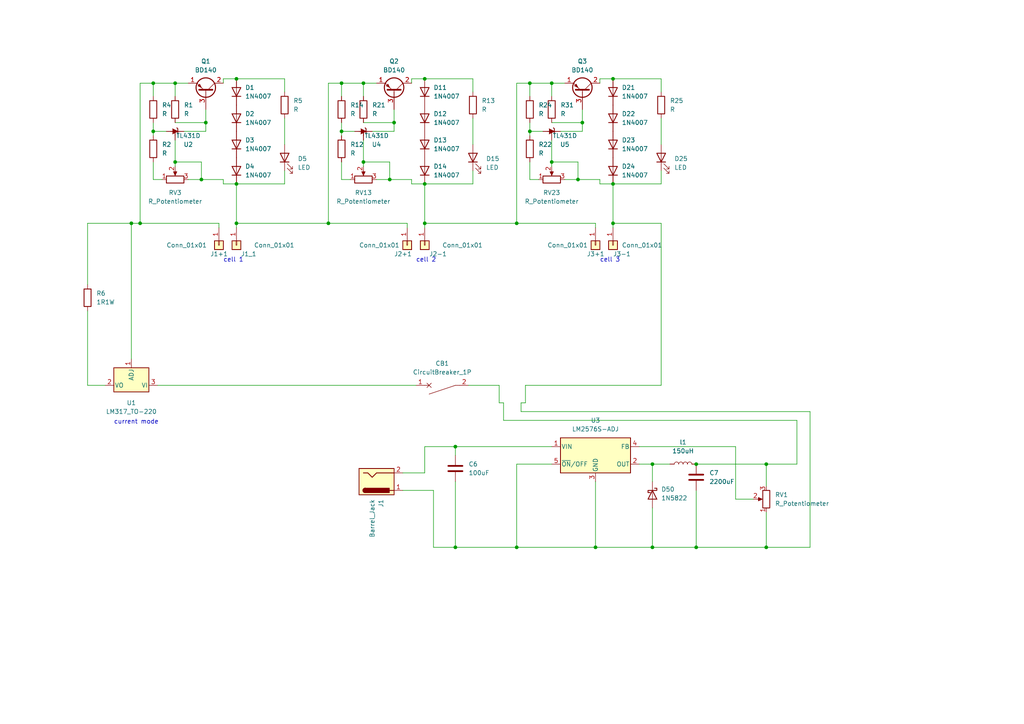
<source format=kicad_sch>
(kicad_sch (version 20211123) (generator eeschema)
  (paper "A4")
  (lib_symbols
    (symbol "Connector:Barrel_Jack" (pin_names (offset 1.016))
      (property "Reference" "J" (at 0 5.334 0))
      (property "Value" "Barrel_Jack" (at 0 -5.08 0))
      (symbol "Barrel_Jack_0_1"
        (rectangle (start -5.08 3.81) (end 5.08 -3.81) (stroke (width 0.254)) (fill (type background)))
        (arc (start -3.302 3.175) (mid -3.937 2.54) (end -3.302 1.905) (stroke (width 0.254)))
        (arc (start -3.302 3.175) (mid -3.937 2.54) (end -3.302 1.905) (stroke (width 0.254)) (fill (type outline)))
        (polyline (pts (xy 5.08 2.54) (xy 3.81 2.54)) (stroke (width 0.254)))
        (polyline (pts (xy -3.81 -2.54) (xy -2.54 -2.54) (xy -1.27 -1.27) (xy 0 -2.54) (xy 2.54 -2.54) (xy 5.08 -2.54)) (stroke (width 0.254)))
        (rectangle (start 3.683 3.175) (end -3.302 1.905) (stroke (width 0.254)) (fill (type outline)))
      )
      (symbol "Barrel_Jack_1_1"
        (pin passive line (at 7.62 2.54 180) (length 2.54) (name "~") (number "1"))
        (pin passive line (at 7.62 -2.54 180) (length 2.54) (name "~") (number "2"))
      )
    )
    (symbol "Connector_Generic:Conn_01x01" (pin_names (offset 1.016) hide)
      (property "Reference" "J" (at 0 2.54 0))
      (property "Value" "Conn_01x01" (at 0 -2.54 0))
      (symbol "Conn_01x01_1_1"
        (rectangle (start -1.27 0.127) (end 0 -0.127) (stroke (width 0.1524)))
        (rectangle (start -1.27 1.27) (end 1.27 -1.27) (stroke (width 0.254)) (fill (type background)))
        (pin passive line (at -5.08 0 0) (length 3.81) (name "Pin_1") (number "1"))
      )
    )
    (symbol "Device:C" (pin_numbers hide) (pin_names (offset 0.254))
      (property "Reference" "C" (at 0.635 2.54 0))
      (property "Value" "C" (at 0.635 -2.54 0))
      (symbol "C_0_1"
        (polyline (pts (xy -2.032 -0.762) (xy 2.032 -0.762)) (stroke (width 0.508)))
        (polyline (pts (xy -2.032 0.762) (xy 2.032 0.762)) (stroke (width 0.508)))
      )
      (symbol "C_1_1"
        (pin passive line (at 0 3.81 270) (length 2.794) (name "~") (number "1"))
        (pin passive line (at 0 -3.81 90) (length 2.794) (name "~") (number "2"))
      )
    )
    (symbol "Device:CircuitBreaker_1P"
      (property "Reference" "CB" (at 1.905 0 0))
      (property "Value" "CircuitBreaker_1P" (at 1.905 1.905 0))
      (symbol "CircuitBreaker_1P_0_1"
        (polyline (pts (xy 0 -5.08) (xy 0 -3.81)))
        (polyline (pts (xy 0 -3.81) (xy -2.54 3.81)))
      )
      (symbol "CircuitBreaker_1P_1_1"
        (polyline (pts (xy -0.635 4.445) (xy 0.635 3.175)))
        (polyline (pts (xy 0 5.08) (xy 0 3.81)))
        (polyline (pts (xy 0.635 4.445) (xy -0.635 3.175)))
        (pin passive line (at 0 7.62 270) (length 2.54) (name "~") (number "1"))
        (pin passive line (at 0 -7.62 90) (length 2.54) (name "~") (number "2"))
      )
    )
    (symbol "Device:L" (pin_numbers hide) (pin_names (offset 1.016) hide)
      (property "Reference" "L" (at -1.27 0 90))
      (property "Value" "L" (at 1.905 0 90))
      (symbol "L_0_1"
        (arc (start 0 -2.54) (mid 0.635 -1.905) (end 0 -1.27))
        (arc (start 0 -1.27) (mid 0.635 -0.635) (end 0 0))
        (arc (start 0 0) (mid 0.635 0.635) (end 0 1.27))
        (arc (start 0 1.27) (mid 0.635 1.905) (end 0 2.54))
      )
      (symbol "L_1_1"
        (pin passive line (at 0 3.81 270) (length 1.27) (name "1") (number "1"))
        (pin passive line (at 0 -3.81 90) (length 1.27) (name "2") (number "2"))
      )
    )
    (symbol "Device:LED" (pin_numbers hide) (pin_names (offset 1.016) hide)
      (property "Reference" "D" (at 0 2.54 0))
      (property "Value" "LED" (at 0 -2.54 0))
      (symbol "LED_0_1"
        (polyline (pts (xy -1.27 -1.27) (xy -1.27 1.27)) (stroke (width 0.254)))
        (polyline (pts (xy -1.27 0) (xy 1.27 0)))
        (polyline (pts (xy 1.27 -1.27) (xy 1.27 1.27) (xy -1.27 0) (xy 1.27 -1.27)) (stroke (width 0.254)))
        (polyline (pts (xy -3.048 -0.762) (xy -4.572 -2.286) (xy -3.81 -2.286) (xy -4.572 -2.286) (xy -4.572 -1.524)))
        (polyline (pts (xy -1.778 -0.762) (xy -3.302 -2.286) (xy -2.54 -2.286) (xy -3.302 -2.286) (xy -3.302 -1.524)))
      )
      (symbol "LED_1_1"
        (pin passive line (at -3.81 0 0) (length 2.54) (name "K") (number "1"))
        (pin passive line (at 3.81 0 180) (length 2.54) (name "A") (number "2"))
      )
    )
    (symbol "Device:R" (pin_numbers hide) (pin_names (offset 0))
      (property "Reference" "R" (at 2.032 0 90))
      (property "Value" "R" (at 0 0 90))
      (symbol "R_0_1"
        (rectangle (start -1.016 -2.54) (end 1.016 2.54) (stroke (width 0.254)))
      )
      (symbol "R_1_1"
        (pin passive line (at 0 3.81 270) (length 1.27) (name "~") (number "1"))
        (pin passive line (at 0 -3.81 90) (length 1.27) (name "~") (number "2"))
      )
    )
    (symbol "Device:R_Potentiometer" (pin_names (offset 1.016) hide)
      (property "Reference" "RV" (at -4.445 0 90))
      (property "Value" "R_Potentiometer" (at -2.54 0 90))
      (symbol "R_Potentiometer_0_1"
        (polyline (pts (xy 2.54 0) (xy 1.524 0)))
        (polyline (pts (xy 1.143 0) (xy 2.286 0.508) (xy 2.286 -0.508) (xy 1.143 0)) (fill (type outline)))
        (rectangle (start 1.016 2.54) (end -1.016 -2.54) (stroke (width 0.254)))
      )
      (symbol "R_Potentiometer_1_1"
        (pin passive line (at 0 3.81 270) (length 1.27) (name "1") (number "1"))
        (pin passive line (at 3.81 0 180) (length 1.27) (name "2") (number "2"))
        (pin passive line (at 0 -3.81 90) (length 1.27) (name "3") (number "3"))
      )
    )
    (symbol "Diode:1N4007" (pin_numbers hide) (pin_names hide)
      (property "Reference" "D" (at 0 2.54 0))
      (property "Value" "1N4007" (at 0 -2.54 0))
      (symbol "1N4007_0_1"
        (polyline (pts (xy -1.27 1.27) (xy -1.27 -1.27)) (stroke (width 0.254)))
        (polyline (pts (xy 1.27 0) (xy -1.27 0)))
        (polyline (pts (xy 1.27 1.27) (xy 1.27 -1.27) (xy -1.27 0) (xy 1.27 1.27)) (stroke (width 0.254)))
      )
      (symbol "1N4007_1_1"
        (pin passive line (at -3.81 0 0) (length 2.54) (name "K") (number "1"))
        (pin passive line (at 3.81 0 180) (length 2.54) (name "A") (number "2"))
      )
    )
    (symbol "Diode:1N5822" (pin_numbers hide) (pin_names (offset 1.016) hide)
      (property "Reference" "D" (at 0 2.54 0))
      (property "Value" "1N5822" (at 0 -2.54 0))
      (symbol "1N5822_0_1"
        (polyline (pts (xy 1.27 0) (xy -1.27 0)))
        (polyline (pts (xy 1.27 1.27) (xy 1.27 -1.27) (xy -1.27 0) (xy 1.27 1.27)) (stroke (width 0.254)))
        (polyline (pts (xy -1.905 0.635) (xy -1.905 1.27) (xy -1.27 1.27) (xy -1.27 -1.27) (xy -0.635 -1.27) (xy -0.635 -0.635)) (stroke (width 0.254)))
      )
      (symbol "1N5822_1_1"
        (pin passive line (at -3.81 0 0) (length 2.54) (name "K") (number "1"))
        (pin passive line (at 3.81 0 180) (length 2.54) (name "A") (number "2"))
      )
    )
    (symbol "Reference_Voltage:TL431D" (pin_numbers hide) (pin_names hide)
      (property "Reference" "U" (at 0 -2.54 0))
      (property "Value" "TL431D" (at 0 -4.445 0))
      (symbol "TL431D_0_1"
        (polyline (pts (xy -1.27 0) (xy 0 0) (xy 1.27 0)))
        (polyline (pts (xy -0.762 0.762) (xy 0.762 0) (xy -0.762 -0.762)) (fill (type outline)))
        (polyline (pts (xy 0.508 -1.016) (xy 0.762 -0.762) (xy 0.762 0.762) (xy 0.762 0.762)) (stroke (width 0.254)))
      )
      (symbol "TL431D_1_1"
        (polyline (pts (xy 0 1.27) (xy 0 0)))
        (pin passive line (at 2.54 0 180) (length 2.54) (name "K") (number "1"))
        (pin passive line (at -2.54 0 0) (length 2.54) (name "A") (number "2"))
        (pin passive line (at -2.54 0 0) (length 2.54) hide (name "A") (number "3"))
        (pin passive line (at -2.54 0 0) (length 2.54) hide (name "A") (number "6"))
        (pin passive line (at -2.54 0 0) (length 2.54) hide (name "A") (number "7"))
        (pin passive line (at 0 2.54 270) (length 2.54) (name "REF") (number "8"))
      )
    )
    (symbol "Regulator_Linear:LM317_TO-220" (pin_names (offset 0.254))
      (property "Reference" "U" (at -3.81 3.175 0))
      (property "Value" "LM317_TO-220" (at 0 3.175 0))
      (symbol "LM317_TO-220_0_1"
        (rectangle (start -5.08 1.905) (end 5.08 -5.08) (stroke (width 0.254)) (fill (type background)))
      )
      (symbol "LM317_TO-220_1_1"
        (pin input line (at 0 -7.62 90) (length 2.54) (name "ADJ") (number "1"))
        (pin power_out line (at 7.62 0 180) (length 2.54) (name "VO") (number "2"))
        (pin power_in line (at -7.62 0 0) (length 2.54) (name "VI") (number "3"))
      )
    )
    (symbol "Regulator_Switching:LM2576S-ADJ" (pin_names (offset 0.254))
      (property "Reference" "U" (at -10.16 6.35 0))
      (property "Value" "LM2576S-ADJ" (at 0 6.35 0))
      (symbol "LM2576S-ADJ_0_1"
        (rectangle (start -10.16 5.08) (end 10.16 -5.08) (stroke (width 0.254)) (fill (type background)))
      )
      (symbol "LM2576S-ADJ_1_1"
        (pin power_in line (at -12.7 2.54 0) (length 2.54) (name "VIN") (number "1"))
        (pin output line (at 12.7 -2.54 180) (length 2.54) (name "OUT") (number "2"))
        (pin power_in line (at 0 -7.62 90) (length 2.54) (name "GND") (number "3"))
        (pin input line (at 12.7 2.54 180) (length 2.54) (name "FB") (number "4"))
        (pin input line (at -12.7 -2.54 0) (length 2.54) (name "~{ON}/OFF") (number "5"))
      )
    )
    (symbol "Transistor_BJT:BD140" (pin_names (offset 0) hide)
      (property "Reference" "Q" (at 5.08 1.905 0))
      (property "Value" "BD140" (at 5.08 0 0))
      (symbol "BD140_0_1"
        (polyline (pts (xy 0 0) (xy 0.635 0)))
        (polyline (pts (xy 2.54 -2.54) (xy 0.635 -0.635)))
        (polyline (pts (xy 2.54 2.54) (xy 0.635 0.635)))
        (polyline (pts (xy 0.635 1.905) (xy 0.635 -1.905) (xy 0.635 -1.905)) (stroke (width 0.508)) (fill (type outline)))
        (polyline (pts (xy 1.778 -2.286) (xy 2.286 -1.778) (xy 1.27 -1.27) (xy 1.778 -2.286) (xy 1.778 -2.286)) (fill (type outline)))
        (circle (center 1.27 0) (radius 2.8194) (stroke (width 0.3048)))
      )
      (symbol "BD140_1_1"
        (pin passive line (at 2.54 -5.08 90) (length 2.54) (name "E") (number "1"))
        (pin passive line (at 2.54 5.08 270) (length 2.54) (name "C") (number "2"))
        (pin input line (at -5.08 0 0) (length 5.08) (name "B") (number "3"))
      )
    )
  )
  (junction (at 68.58 53.34))
  (junction (at 167.64 52.07))
  (junction (at 123.19 53.34))
  (junction (at 68.58 22.86))
  (junction (at 222.25 158.75))
  (junction (at 105.41 46.99))
  (junction (at 149.86 158.75))
  (junction (at 58.42 52.07))
  (junction (at 160.02 24.13))
  (junction (at 132.08 129.54))
  (junction (at 44.45 38.1))
  (junction (at 123.19 64.77))
  (junction (at 222.25 134.62))
  (junction (at 105.41 24.13))
  (junction (at 113.03 52.07))
  (junction (at 177.8 53.34))
  (junction (at 132.08 158.75))
  (junction (at 153.67 38.1))
  (junction (at 177.8 64.77))
  (junction (at 114.3 35.56))
  (junction (at 38.1 64.77))
  (junction (at 172.72 158.75))
  (junction (at 149.86 64.77))
  (junction (at 177.8 22.86))
  (junction (at 168.91 35.56))
  (junction (at 153.67 24.13))
  (junction (at 160.02 46.99))
  (junction (at 123.19 22.86))
  (junction (at 59.69 35.56))
  (junction (at 201.93 158.75))
  (junction (at 68.58 64.77))
  (junction (at 44.45 24.13))
  (junction (at 95.25 64.77))
  (junction (at 189.23 134.62))
  (junction (at 201.93 134.62))
  (junction (at 40.64 64.77))
  (junction (at 99.06 38.1))
  (junction (at 189.23 158.75))
  (junction (at 50.8 24.13))
  (junction (at 50.8 46.99))
  (junction (at 99.06 24.13))
  (wire (pts (xy 160.02 24.13) (xy 160.02 27.94)))
  (wire (pts (xy 132.08 158.75) (xy 149.86 158.75)))
  (wire (pts (xy 132.08 139.7) (xy 132.08 158.75)))
  (wire (pts (xy 167.64 52.07) (xy 173.99 52.07)))
  (wire (pts (xy 172.72 64.77) (xy 172.72 66.04)))
  (wire (pts (xy 191.77 53.34) (xy 177.8 53.34)))
  (wire (pts (xy 50.8 24.13) (xy 50.8 27.94)))
  (wire (pts (xy 153.67 38.1) (xy 157.48 38.1)))
  (wire (pts (xy 168.91 35.56) (xy 168.91 31.75)))
  (wire (pts (xy 153.67 46.99) (xy 153.67 52.07)))
  (wire (pts (xy 137.16 49.53) (xy 137.16 53.34)))
  (wire (pts (xy 146.05 121.92) (xy 146.05 116.84)))
  (wire (pts (xy 25.4 90.17) (xy 25.4 111.76)))
  (wire (pts (xy 107.95 38.1) (xy 114.3 38.1)))
  (wire (pts (xy 153.67 24.13) (xy 149.86 24.13)))
  (wire (pts (xy 40.64 64.77) (xy 63.5 64.77)))
  (wire (pts (xy 152.4 116.84) (xy 151.13 116.84)))
  (wire (pts (xy 132.08 129.54) (xy 132.08 132.08)))
  (wire (pts (xy 149.86 134.62) (xy 149.86 158.75)))
  (wire (pts (xy 68.58 64.77) (xy 68.58 66.04)))
  (wire (pts (xy 105.41 35.56) (xy 114.3 35.56)))
  (wire (pts (xy 153.67 27.94) (xy 153.67 24.13)))
  (wire (pts (xy 172.72 158.75) (xy 189.23 158.75)))
  (wire (pts (xy 123.19 64.77) (xy 149.86 64.77)))
  (wire (pts (xy 44.45 38.1) (xy 44.45 39.37)))
  (wire (pts (xy 173.99 53.34) (xy 177.8 53.34)))
  (wire (pts (xy 54.61 24.13) (xy 50.8 24.13)))
  (wire (pts (xy 213.36 129.54) (xy 213.36 144.78)))
  (wire (pts (xy 44.45 24.13) (xy 50.8 24.13)))
  (wire (pts (xy 153.67 35.56) (xy 153.67 38.1)))
  (wire (pts (xy 123.19 22.86) (xy 119.38 22.86)))
  (wire (pts (xy 177.8 64.77) (xy 177.8 66.04)))
  (wire (pts (xy 113.03 52.07) (xy 119.38 52.07)))
  (wire (pts (xy 177.8 53.34) (xy 177.8 64.77)))
  (wire (pts (xy 222.25 148.59) (xy 222.25 158.75)))
  (wire (pts (xy 82.55 34.29) (xy 82.55 41.91)))
  (wire (pts (xy 153.67 52.07) (xy 156.21 52.07)))
  (wire (pts (xy 167.64 52.07) (xy 167.64 46.99)))
  (wire (pts (xy 191.77 34.29) (xy 191.77 41.91)))
  (wire (pts (xy 160.02 46.99) (xy 167.64 46.99)))
  (wire (pts (xy 38.1 64.77) (xy 25.4 64.77)))
  (wire (pts (xy 109.22 52.07) (xy 113.03 52.07)))
  (wire (pts (xy 123.19 137.16) (xy 123.19 129.54)))
  (wire (pts (xy 68.58 53.34) (xy 68.58 64.77)))
  (wire (pts (xy 125.73 158.75) (xy 132.08 158.75)))
  (wire (pts (xy 50.8 46.99) (xy 50.8 48.26)))
  (wire (pts (xy 125.73 142.24) (xy 125.73 158.75)))
  (wire (pts (xy 99.06 24.13) (xy 95.25 24.13)))
  (wire (pts (xy 64.77 53.34) (xy 68.58 53.34)))
  (wire (pts (xy 44.45 24.13) (xy 40.64 24.13)))
  (wire (pts (xy 222.25 134.62) (xy 222.25 140.97)))
  (wire (pts (xy 160.02 134.62) (xy 149.86 134.62)))
  (wire (pts (xy 173.99 52.07) (xy 173.99 53.34)))
  (wire (pts (xy 119.38 52.07) (xy 119.38 53.34)))
  (wire (pts (xy 172.72 139.7) (xy 172.72 158.75)))
  (wire (pts (xy 44.45 27.94) (xy 44.45 24.13)))
  (wire (pts (xy 44.45 38.1) (xy 48.26 38.1)))
  (wire (pts (xy 189.23 158.75) (xy 201.93 158.75)))
  (wire (pts (xy 68.58 22.86) (xy 82.55 22.86)))
  (wire (pts (xy 95.25 64.77) (xy 118.11 64.77)))
  (wire (pts (xy 105.41 24.13) (xy 105.41 27.94)))
  (wire (pts (xy 99.06 35.56) (xy 99.06 38.1)))
  (wire (pts (xy 105.41 40.64) (xy 105.41 46.99)))
  (wire (pts (xy 44.45 35.56) (xy 44.45 38.1)))
  (wire (pts (xy 114.3 35.56) (xy 114.3 38.1)))
  (wire (pts (xy 191.77 49.53) (xy 191.77 53.34)))
  (wire (pts (xy 191.77 111.76) (xy 152.4 111.76)))
  (wire (pts (xy 44.45 52.07) (xy 46.99 52.07)))
  (wire (pts (xy 185.42 134.62) (xy 189.23 134.62)))
  (wire (pts (xy 105.41 46.99) (xy 113.03 46.99)))
  (wire (pts (xy 105.41 46.99) (xy 105.41 48.26)))
  (wire (pts (xy 234.95 119.38) (xy 151.13 119.38)))
  (wire (pts (xy 99.06 27.94) (xy 99.06 24.13)))
  (wire (pts (xy 135.89 111.76) (xy 144.78 111.76)))
  (wire (pts (xy 64.77 22.86) (xy 64.77 24.13)))
  (wire (pts (xy 50.8 46.99) (xy 58.42 46.99)))
  (wire (pts (xy 58.42 52.07) (xy 58.42 46.99)))
  (wire (pts (xy 123.19 64.77) (xy 123.19 66.04)))
  (wire (pts (xy 68.58 64.77) (xy 95.25 64.77)))
  (wire (pts (xy 116.84 137.16) (xy 123.19 137.16)))
  (wire (pts (xy 38.1 64.77) (xy 38.1 104.14)))
  (wire (pts (xy 222.25 134.62) (xy 231.14 134.62)))
  (wire (pts (xy 123.19 22.86) (xy 137.16 22.86)))
  (wire (pts (xy 119.38 53.34) (xy 123.19 53.34)))
  (wire (pts (xy 50.8 40.64) (xy 50.8 46.99)))
  (wire (pts (xy 163.83 24.13) (xy 160.02 24.13)))
  (wire (pts (xy 25.4 111.76) (xy 30.48 111.76)))
  (wire (pts (xy 146.05 116.84) (xy 144.78 116.84)))
  (wire (pts (xy 68.58 22.86) (xy 64.77 22.86)))
  (wire (pts (xy 82.55 49.53) (xy 82.55 53.34)))
  (wire (pts (xy 160.02 46.99) (xy 160.02 48.26)))
  (wire (pts (xy 99.06 38.1) (xy 102.87 38.1)))
  (wire (pts (xy 149.86 158.75) (xy 172.72 158.75)))
  (wire (pts (xy 114.3 35.56) (xy 114.3 31.75)))
  (wire (pts (xy 109.22 24.13) (xy 105.41 24.13)))
  (wire (pts (xy 95.25 24.13) (xy 95.25 64.77)))
  (wire (pts (xy 177.8 22.86) (xy 191.77 22.86)))
  (wire (pts (xy 185.42 129.54) (xy 213.36 129.54)))
  (wire (pts (xy 153.67 38.1) (xy 153.67 39.37)))
  (wire (pts (xy 201.93 142.24) (xy 201.93 158.75)))
  (wire (pts (xy 234.95 158.75) (xy 234.95 119.38)))
  (wire (pts (xy 231.14 121.92) (xy 146.05 121.92)))
  (wire (pts (xy 151.13 119.38) (xy 151.13 116.84)))
  (wire (pts (xy 54.61 52.07) (xy 58.42 52.07)))
  (wire (pts (xy 40.64 24.13) (xy 40.64 64.77)))
  (wire (pts (xy 149.86 64.77) (xy 172.72 64.77)))
  (wire (pts (xy 59.69 35.56) (xy 59.69 38.1)))
  (wire (pts (xy 160.02 35.56) (xy 168.91 35.56)))
  (wire (pts (xy 132.08 129.54) (xy 160.02 129.54)))
  (wire (pts (xy 99.06 52.07) (xy 101.6 52.07)))
  (wire (pts (xy 149.86 24.13) (xy 149.86 64.77)))
  (wire (pts (xy 25.4 64.77) (xy 25.4 82.55)))
  (wire (pts (xy 173.99 22.86) (xy 173.99 24.13)))
  (wire (pts (xy 59.69 35.56) (xy 59.69 31.75)))
  (wire (pts (xy 222.25 158.75) (xy 234.95 158.75)))
  (wire (pts (xy 116.84 142.24) (xy 125.73 142.24)))
  (wire (pts (xy 152.4 111.76) (xy 152.4 116.84)))
  (wire (pts (xy 82.55 53.34) (xy 68.58 53.34)))
  (wire (pts (xy 99.06 46.99) (xy 99.06 52.07)))
  (wire (pts (xy 82.55 22.86) (xy 82.55 26.67)))
  (wire (pts (xy 201.93 158.75) (xy 222.25 158.75)))
  (wire (pts (xy 231.14 134.62) (xy 231.14 121.92)))
  (wire (pts (xy 189.23 134.62) (xy 189.23 139.7)))
  (wire (pts (xy 168.91 35.56) (xy 168.91 38.1)))
  (wire (pts (xy 123.19 129.54) (xy 132.08 129.54)))
  (wire (pts (xy 113.03 52.07) (xy 113.03 46.99)))
  (wire (pts (xy 162.56 38.1) (xy 168.91 38.1)))
  (wire (pts (xy 153.67 24.13) (xy 160.02 24.13)))
  (wire (pts (xy 137.16 34.29) (xy 137.16 41.91)))
  (wire (pts (xy 123.19 53.34) (xy 123.19 64.77)))
  (wire (pts (xy 163.83 52.07) (xy 167.64 52.07)))
  (wire (pts (xy 160.02 40.64) (xy 160.02 46.99)))
  (wire (pts (xy 191.77 64.77) (xy 191.77 111.76)))
  (wire (pts (xy 177.8 22.86) (xy 173.99 22.86)))
  (wire (pts (xy 44.45 46.99) (xy 44.45 52.07)))
  (wire (pts (xy 58.42 52.07) (xy 64.77 52.07)))
  (wire (pts (xy 137.16 22.86) (xy 137.16 26.67)))
  (wire (pts (xy 99.06 38.1) (xy 99.06 39.37)))
  (wire (pts (xy 45.72 111.76) (xy 120.65 111.76)))
  (wire (pts (xy 53.34 38.1) (xy 59.69 38.1)))
  (wire (pts (xy 189.23 134.62) (xy 194.31 134.62)))
  (wire (pts (xy 191.77 64.77) (xy 177.8 64.77)))
  (wire (pts (xy 99.06 24.13) (xy 105.41 24.13)))
  (wire (pts (xy 40.64 64.77) (xy 38.1 64.77)))
  (wire (pts (xy 118.11 64.77) (xy 118.11 66.04)))
  (wire (pts (xy 213.36 144.78) (xy 218.44 144.78)))
  (wire (pts (xy 63.5 64.77) (xy 63.5 66.04)))
  (wire (pts (xy 144.78 111.76) (xy 144.78 116.84)))
  (wire (pts (xy 119.38 22.86) (xy 119.38 24.13)))
  (wire (pts (xy 50.8 35.56) (xy 59.69 35.56)))
  (wire (pts (xy 64.77 52.07) (xy 64.77 53.34)))
  (wire (pts (xy 201.93 134.62) (xy 222.25 134.62)))
  (wire (pts (xy 191.77 22.86) (xy 191.77 26.67)))
  (wire (pts (xy 137.16 53.34) (xy 123.19 53.34)))
  (wire (pts (xy 189.23 147.32) (xy 189.23 158.75)))
  (text "cell 2\n" (at 120.65 76.2 0) (effects (font (size 1.27 1.27)) (justify left bottom)))
  (text "current mode\n" (at 33.02 123.19 0) (effects (font (size 1.27 1.27)) (justify left bottom)))
  (text "cell 3\n" (at 173.99 76.2 0) (effects (font (size 1.27 1.27)) (justify left bottom)))
  (text "cell 1\n" (at 64.77 76.2 0) (effects (font (size 1.27 1.27)) (justify left bottom)))
  (symbol (lib_id "Diode:1N4007") (at 123.19 26.67 90) (unit 1)
    (property "Reference" "D11" (at 125.73 25.3999 90) (effects (justify right)))
    (property "Value" "1N4007" (at 125.73 27.9399 90) (effects (justify right)))
    (property "Footprint" "Diode_THT:D_DO-41_SOD81_P10.16mm_Horizontal" (effects hide))
    (property "Datasheet" "http://www.vishay.com/docs/88503/1n4001.pdf" (effects hide))
  )
  (symbol (lib_id "Connector_Generic:Conn_01x01") (at 63.5 71.12 270) (unit 1)
    (property "Reference" "J1+1" (at 60.96 73.66 90) (effects (justify left)))
    (property "Value" "Conn_01x01" (at 48.26 71.12 90) (effects (justify left)))
    (property "Footprint" "Connector_PinHeader_1.00mm:PinHeader_1x01_P1.00mm_Horizontal" (effects hide))
  )
  (symbol (lib_id "Device:R") (at 99.06 43.18 0) (unit 1)
    (property "Reference" "R12" (at 101.6 41.9099 0) (effects (justify left)))
    (property "Value" "R" (at 101.6 44.4499 0) (effects (justify left)))
    (property "Footprint" "Resistor_THT:R_Axial_DIN0309_L9.0mm_D3.2mm_P12.70mm_Horizontal" (effects hide))
  )
  (symbol (lib_id "Device:R") (at 50.8 31.75 0) (unit 1)
    (property "Reference" "R1" (at 53.34 30.4799 0) (effects (justify left)))
    (property "Value" "R" (at 53.34 33.0199 0) (effects (justify left)))
    (property "Footprint" "Resistor_THT:R_Axial_DIN0309_L9.0mm_D3.2mm_P15.24mm_Horizontal" (effects hide))
  )
  (symbol (lib_id "Device:C") (at 201.93 138.43 0) (unit 1)
    (property "Reference" "C7" (at 205.74 137.1599 0) (effects (justify left)))
    (property "Value" "2200uF" (at 205.74 139.6999 0) (effects (justify left)))
    (property "Footprint" "Capacitor_THT:CP_Radial_D4.0mm_P2.00mm" (effects hide))
  )
  (symbol (lib_id "Device:R") (at 153.67 43.18 0) (unit 1)
    (property "Reference" "R22" (at 156.21 41.9099 0) (effects (justify left)))
    (property "Value" "R" (at 156.21 44.4499 0) (effects (justify left)))
    (property "Footprint" "Resistor_THT:R_Axial_DIN0309_L9.0mm_D3.2mm_P12.70mm_Horizontal" (effects hide))
  )
  (symbol (lib_id "Device:R") (at 99.06 31.75 0) (unit 1)
    (property "Reference" "R14" (at 101.6 30.4799 0) (effects (justify left)))
    (property "Value" "R" (at 101.6 33.0199 0) (effects (justify left)))
    (property "Footprint" "Resistor_THT:R_Axial_DIN0309_L9.0mm_D3.2mm_P12.70mm_Horizontal" (effects hide))
  )
  (symbol (lib_id "Diode:1N4007") (at 177.8 41.91 90) (unit 1)
    (property "Reference" "D23" (at 180.34 40.6399 90) (effects (justify right)))
    (property "Value" "1N4007" (at 180.34 43.1799 90) (effects (justify right)))
    (property "Footprint" "Diode_THT:D_DO-41_SOD81_P10.16mm_Horizontal" (effects hide))
    (property "Datasheet" "http://www.vishay.com/docs/88503/1n4001.pdf" (effects hide))
  )
  (symbol (lib_id "Regulator_Switching:LM2576S-ADJ") (at 172.72 132.08 0) (unit 1)
    (property "Reference" "U3" (at 172.72 121.92 0))
    (property "Value" "LM2576S-ADJ" (at 172.72 124.46 0))
    (property "Footprint" "Package_TO_SOT_SMD:TO-263-5_TabPin3" (effects hide))
    (property "Datasheet" "http://www.ti.com/lit/ds/symlink/lm2576.pdf" (effects hide))
  )
  (symbol (lib_id "Reference_Voltage:TL431D") (at 105.41 38.1 0) (mirror x) (unit 1)
    (property "Reference" "U4" (at 109.22 41.91 0))
    (property "Value" "TL431D" (at 109.22 39.37 0))
    (property "Footprint" "Package_SO:SOIC-8_3.9x4.9mm_P1.27mm" (effects hide))
    (property "Datasheet" "http://www.ti.com/lit/ds/symlink/tl431.pdf" (effects hide))
  )
  (symbol (lib_id "Diode:1N4007") (at 177.8 34.29 90) (unit 1)
    (property "Reference" "D22" (at 180.34 33.0199 90) (effects (justify right)))
    (property "Value" "1N4007" (at 180.34 35.5599 90) (effects (justify right)))
    (property "Footprint" "Diode_THT:D_DO-41_SOD81_P10.16mm_Horizontal" (effects hide))
    (property "Datasheet" "http://www.vishay.com/docs/88503/1n4001.pdf" (effects hide))
  )
  (symbol (lib_id "Device:LED") (at 82.55 45.72 90) (unit 1)
    (property "Reference" "D5" (at 86.36 46.0374 90) (effects (justify right)))
    (property "Value" "LED" (at 86.36 48.5774 90) (effects (justify right)))
    (property "Footprint" "Diode_THT:D_5W_P10.16mm_Horizontal" (effects hide))
  )
  (symbol (lib_id "Device:R") (at 82.55 30.48 0) (unit 1)
    (property "Reference" "R5" (at 85.09 29.2099 0) (effects (justify left)))
    (property "Value" "R" (at 85.09 31.7499 0) (effects (justify left)))
    (property "Footprint" "Resistor_THT:R_Axial_DIN0309_L9.0mm_D3.2mm_P12.70mm_Horizontal" (effects hide))
  )
  (symbol (lib_id "Diode:1N4007") (at 68.58 41.91 90) (unit 1)
    (property "Reference" "D3" (at 71.12 40.6399 90) (effects (justify right)))
    (property "Value" "1N4007" (at 71.12 43.1799 90) (effects (justify right)))
    (property "Footprint" "Diode_THT:D_DO-41_SOD81_P10.16mm_Horizontal" (effects hide))
    (property "Datasheet" "http://www.vishay.com/docs/88503/1n4001.pdf" (effects hide))
  )
  (symbol (lib_id "Device:C") (at 132.08 135.89 180) (unit 1)
    (property "Reference" "C6" (at 135.89 134.6199 0) (effects (justify right)))
    (property "Value" "100uF" (at 135.89 137.1599 0) (effects (justify right)))
    (property "Footprint" "Capacitor_THT:CP_Radial_D4.0mm_P2.00mm" (effects hide))
  )
  (symbol (lib_id "Device:R_Potentiometer") (at 222.25 144.78 180) (unit 1)
    (property "Reference" "RV1" (at 224.79 143.5099 0) (effects (justify right)))
    (property "Value" "R_Potentiometer" (at 224.79 146.0499 0) (effects (justify right)))
    (property "Footprint" "Potentiometer_THT:Potentiometer_ACP_CA14-H2,5_Horizontal" (effects hide))
  )
  (symbol (lib_id "Diode:1N4007") (at 68.58 26.67 90) (unit 1)
    (property "Reference" "D1" (at 71.12 25.3999 90) (effects (justify right)))
    (property "Value" "1N4007" (at 71.12 27.9399 90) (effects (justify right)))
    (property "Footprint" "Diode_THT:D_DO-41_SOD81_P10.16mm_Horizontal" (effects hide))
    (property "Datasheet" "http://www.vishay.com/docs/88503/1n4001.pdf" (effects hide))
  )
  (symbol (lib_id "Transistor_BJT:BD140") (at 114.3 26.67 270) (mirror x) (unit 1)
    (property "Reference" "Q2" (at 114.3 17.78 90))
    (property "Value" "BD140" (at 114.3 20.32 90))
    (property "Footprint" "Package_TO_SOT_THT:TO-126-3_Vertical" (effects hide))
    (property "Datasheet" "http://www.st.com/internet/com/TECHNICAL_RESOURCES/TECHNICAL_LITERATURE/DATASHEET/CD00001225.pdf" (effects hide))
  )
  (symbol (lib_id "Reference_Voltage:TL431D") (at 160.02 38.1 0) (mirror x) (unit 1)
    (property "Reference" "U5" (at 163.83 41.91 0))
    (property "Value" "TL431D" (at 163.83 39.37 0))
    (property "Footprint" "Package_SO:SOIC-8_3.9x4.9mm_P1.27mm" (effects hide))
    (property "Datasheet" "http://www.ti.com/lit/ds/symlink/tl431.pdf" (effects hide))
  )
  (symbol (lib_id "Device:LED") (at 191.77 45.72 90) (unit 1)
    (property "Reference" "D25" (at 195.58 46.0374 90) (effects (justify right)))
    (property "Value" "LED" (at 195.58 48.5774 90) (effects (justify right)))
    (property "Footprint" "Diode_THT:D_5W_P10.16mm_Horizontal" (effects hide))
  )
  (symbol (lib_id "Device:L") (at 198.12 134.62 90) (unit 1)
    (property "Reference" "l1" (at 198.12 128.27 90))
    (property "Value" "150uH" (at 198.12 130.81 90))
    (property "Footprint" "Inductor_THT:L_Axial_L6.6mm_D2.7mm_P2.54mm_Vertical_Vishay_IM-2" (effects hide))
  )
  (symbol (lib_id "Device:R") (at 191.77 30.48 0) (unit 1)
    (property "Reference" "R25" (at 194.31 29.2099 0) (effects (justify left)))
    (property "Value" "R" (at 194.31 31.7499 0) (effects (justify left)))
    (property "Footprint" "Resistor_THT:R_Axial_DIN0309_L9.0mm_D3.2mm_P12.70mm_Horizontal" (effects hide))
  )
  (symbol (lib_id "Device:LED") (at 137.16 45.72 90) (unit 1)
    (property "Reference" "D15" (at 140.97 46.0374 90) (effects (justify right)))
    (property "Value" "LED" (at 140.97 48.5774 90) (effects (justify right)))
    (property "Footprint" "Diode_THT:D_5W_P10.16mm_Horizontal" (effects hide))
  )
  (symbol (lib_id "Transistor_BJT:BD140") (at 59.69 26.67 270) (mirror x) (unit 1)
    (property "Reference" "Q1" (at 59.69 17.78 90))
    (property "Value" "BD140" (at 59.69 20.32 90))
    (property "Footprint" "Package_TO_SOT_THT:TO-126-3_Vertical" (effects hide))
    (property "Datasheet" "http://www.st.com/internet/com/TECHNICAL_RESOURCES/TECHNICAL_LITERATURE/DATASHEET/CD00001225.pdf" (effects hide))
  )
  (symbol (lib_id "Regulator_Linear:LM317_TO-220") (at 38.1 111.76 180) (unit 1)
    (property "Reference" "U1" (at 38.1 116.84 0))
    (property "Value" "LM317_TO-220" (at 38.1 119.38 0))
    (property "Footprint" "Package_TO_SOT_THT:TO-220-3_Vertical" (effects hide))
    (property "Datasheet" "http://www.ti.com/lit/ds/symlink/lm317.pdf" (effects hide))
  )
  (symbol (lib_id "Device:R_Potentiometer") (at 160.02 52.07 90) (unit 1)
    (property "Reference" "RV23" (at 160.02 55.88 90))
    (property "Value" "R_Potentiometer" (at 160.02 58.42 90))
    (property "Footprint" "Potentiometer_THT:Potentiometer_ACP_CA14-H2,5_Horizontal" (effects hide))
  )
  (symbol (lib_id "Diode:1N4007") (at 123.19 49.53 90) (unit 1)
    (property "Reference" "D14" (at 125.73 48.2599 90) (effects (justify right)))
    (property "Value" "1N4007" (at 125.73 50.7999 90) (effects (justify right)))
    (property "Footprint" "Diode_THT:D_DO-41_SOD81_P10.16mm_Horizontal" (effects hide))
    (property "Datasheet" "http://www.vishay.com/docs/88503/1n4001.pdf" (effects hide))
  )
  (symbol (lib_id "Diode:1N4007") (at 68.58 34.29 90) (unit 1)
    (property "Reference" "D2" (at 71.12 33.0199 90) (effects (justify right)))
    (property "Value" "1N4007" (at 71.12 35.5599 90) (effects (justify right)))
    (property "Footprint" "Diode_THT:D_DO-41_SOD81_P10.16mm_Horizontal" (effects hide))
    (property "Datasheet" "http://www.vishay.com/docs/88503/1n4001.pdf" (effects hide))
  )
  (symbol (lib_id "Diode:1N4007") (at 68.58 49.53 90) (unit 1)
    (property "Reference" "D4" (at 71.12 48.2599 90) (effects (justify right)))
    (property "Value" "1N4007" (at 71.12 50.7999 90) (effects (justify right)))
    (property "Footprint" "Diode_THT:D_DO-41_SOD81_P10.16mm_Horizontal" (effects hide))
    (property "Datasheet" "http://www.vishay.com/docs/88503/1n4001.pdf" (effects hide))
  )
  (symbol (lib_id "Connector_Generic:Conn_01x01") (at 172.72 71.12 270) (unit 1)
    (property "Reference" "J3+1" (at 170.18 73.66 90) (effects (justify left)))
    (property "Value" "Conn_01x01" (at 158.75 71.12 90) (effects (justify left)))
    (property "Footprint" "Connector_PinHeader_1.00mm:PinHeader_1x01_P1.00mm_Horizontal" (effects hide))
  )
  (symbol (lib_id "Connector_Generic:Conn_01x01") (at 123.19 71.12 270) (unit 1)
    (property "Reference" "J2-1" (at 124.46 73.66 90) (effects (justify left)))
    (property "Value" "Conn_01x01" (at 128.27 71.12 90) (effects (justify left)))
    (property "Footprint" "Connector_PinHeader_1.00mm:PinHeader_1x01_P1.00mm_Horizontal" (effects hide))
  )
  (symbol (lib_id "Device:R") (at 160.02 31.75 0) (unit 1)
    (property "Reference" "R31" (at 162.56 30.4799 0) (effects (justify left)))
    (property "Value" "R" (at 162.56 33.0199 0) (effects (justify left)))
    (property "Footprint" "Resistor_THT:R_Axial_DIN0309_L9.0mm_D3.2mm_P12.70mm_Horizontal" (effects hide))
  )
  (symbol (lib_id "Device:CircuitBreaker_1P") (at 128.27 111.76 90) (unit 1)
    (property "Reference" "CB1" (at 128.27 105.41 90))
    (property "Value" "CircuitBreaker_1P" (at 128.27 107.95 90))
    (property "Footprint" "Button_Switch_THT:SW_Tactile_Straight_KSL0Axx1LFTR" (effects hide))
  )
  (symbol (lib_id "Diode:1N4007") (at 177.8 49.53 90) (unit 1)
    (property "Reference" "D24" (at 180.34 48.2599 90) (effects (justify right)))
    (property "Value" "1N4007" (at 180.34 50.7999 90) (effects (justify right)))
    (property "Footprint" "Diode_THT:D_DO-41_SOD81_P10.16mm_Horizontal" (effects hide))
    (property "Datasheet" "http://www.vishay.com/docs/88503/1n4001.pdf" (effects hide))
  )
  (symbol (lib_id "Connector_Generic:Conn_01x01") (at 177.8 71.12 270) (unit 1)
    (property "Reference" "J3-1" (at 177.8 73.66 90) (effects (justify left)))
    (property "Value" "Conn_01x01" (at 180.34 71.12 90) (effects (justify left)))
    (property "Footprint" "Connector_PinHeader_1.00mm:PinHeader_1x01_P1.00mm_Horizontal" (effects hide))
  )
  (symbol (lib_id "Diode:1N5822") (at 189.23 143.51 270) (unit 1)
    (property "Reference" "D50" (at 191.77 141.9224 90) (effects (justify left)))
    (property "Value" "1N5822" (at 191.77 144.4624 90) (effects (justify left)))
    (property "Footprint" "Diode_THT:D_DO-201AD_P15.24mm_Horizontal" (effects hide))
    (property "Datasheet" "http://www.vishay.com/docs/88526/1n5820.pdf" (effects hide))
  )
  (symbol (lib_id "Transistor_BJT:BD140") (at 168.91 26.67 270) (mirror x) (unit 1)
    (property "Reference" "Q3" (at 168.91 17.78 90))
    (property "Value" "BD140" (at 168.91 20.32 90))
    (property "Footprint" "Package_TO_SOT_THT:TO-126-3_Vertical" (effects hide))
    (property "Datasheet" "http://www.st.com/internet/com/TECHNICAL_RESOURCES/TECHNICAL_LITERATURE/DATASHEET/CD00001225.pdf" (effects hide))
  )
  (symbol (lib_id "Connector:Barrel_Jack") (at 109.22 139.7 0) (mirror x) (unit 1)
    (property "Reference" "J1" (at 110.4901 144.78 90) (effects (justify left)))
    (property "Value" "Barrel_Jack" (at 107.9501 144.78 90) (effects (justify left)))
    (property "Footprint" "Connector_BarrelJack:BarrelJack_CUI_PJ-063AH_Horizontal_CircularHoles" (effects hide))
  )
  (symbol (lib_id "Device:R") (at 44.45 31.75 0) (unit 1)
    (property "Reference" "R4" (at 46.99 30.4799 0) (effects (justify left)))
    (property "Value" "R" (at 46.99 33.0199 0) (effects (justify left)))
    (property "Footprint" "Resistor_THT:R_Axial_DIN0309_L9.0mm_D3.2mm_P15.24mm_Horizontal" (effects hide))
  )
  (symbol (lib_id "Device:R") (at 105.41 31.75 0) (unit 1)
    (property "Reference" "R21" (at 107.95 30.4799 0) (effects (justify left)))
    (property "Value" "R" (at 107.95 33.0199 0) (effects (justify left)))
    (property "Footprint" "Resistor_THT:R_Axial_DIN0309_L9.0mm_D3.2mm_P15.24mm_Horizontal" (effects hide))
  )
  (symbol (lib_id "Diode:1N4007") (at 177.8 26.67 90) (unit 1)
    (property "Reference" "D21" (at 180.34 25.3999 90) (effects (justify right)))
    (property "Value" "1N4007" (at 180.34 27.9399 90) (effects (justify right)))
    (property "Footprint" "Diode_THT:D_DO-41_SOD81_P10.16mm_Horizontal" (effects hide))
    (property "Datasheet" "http://www.vishay.com/docs/88503/1n4001.pdf" (effects hide))
  )
  (symbol (lib_id "Connector_Generic:Conn_01x01") (at 118.11 71.12 270) (unit 1)
    (property "Reference" "J2+1" (at 114.3 73.66 90) (effects (justify left)))
    (property "Value" "Conn_01x01" (at 104.14 71.12 90) (effects (justify left)))
    (property "Footprint" "Connector_PinHeader_1.00mm:PinHeader_1x01_P1.00mm_Horizontal" (effects hide))
  )
  (symbol (lib_id "Device:R") (at 153.67 31.75 0) (unit 1)
    (property "Reference" "R24" (at 156.21 30.4799 0) (effects (justify left)))
    (property "Value" "R" (at 156.21 33.0199 0) (effects (justify left)))
    (property "Footprint" "Resistor_THT:R_Axial_DIN0309_L9.0mm_D3.2mm_P12.70mm_Horizontal" (effects hide))
  )
  (symbol (lib_id "Diode:1N4007") (at 123.19 41.91 90) (unit 1)
    (property "Reference" "D13" (at 125.73 40.6399 90) (effects (justify right)))
    (property "Value" "1N4007" (at 125.73 43.1799 90) (effects (justify right)))
    (property "Footprint" "Diode_THT:D_DO-41_SOD81_P10.16mm_Horizontal" (effects hide))
    (property "Datasheet" "http://www.vishay.com/docs/88503/1n4001.pdf" (effects hide))
  )
  (symbol (lib_id "Device:R_Potentiometer") (at 50.8 52.07 90) (unit 1)
    (property "Reference" "RV3" (at 50.8 55.88 90))
    (property "Value" "R_Potentiometer" (at 50.8 58.42 90))
    (property "Footprint" "Potentiometer_THT:Potentiometer_ACP_CA14-H2,5_Horizontal" (effects hide))
  )
  (symbol (lib_id "Device:R_Potentiometer") (at 105.41 52.07 90) (unit 1)
    (property "Reference" "RV13" (at 105.41 55.88 90))
    (property "Value" "R_Potentiometer" (at 105.41 58.42 90))
    (property "Footprint" "Potentiometer_THT:Potentiometer_ACP_CA14-H2,5_Horizontal" (effects hide))
  )
  (symbol (lib_id "Connector_Generic:Conn_01x01") (at 68.58 71.12 270) (unit 1)
    (property "Reference" "J1_1" (at 69.85 73.66 90) (effects (justify left)))
    (property "Value" "Conn_01x01" (at 73.66 71.12 90) (effects (justify left)))
    (property "Footprint" "Connector_PinHeader_1.00mm:PinHeader_1x01_P1.00mm_Horizontal" (effects hide))
  )
  (symbol (lib_id "Device:R") (at 25.4 86.36 0) (unit 1)
    (property "Reference" "R6" (at 27.94 85.0899 0) (effects (justify left)))
    (property "Value" "1R1W" (at 27.94 87.6299 0) (effects (justify left)))
    (property "Footprint" "Resistor_THT:R_Axial_DIN0309_L9.0mm_D3.2mm_P12.70mm_Horizontal" (effects hide))
  )
  (symbol (lib_id "Diode:1N4007") (at 123.19 34.29 90) (unit 1)
    (property "Reference" "D12" (at 125.73 33.0199 90) (effects (justify right)))
    (property "Value" "1N4007" (at 125.73 35.5599 90) (effects (justify right)))
    (property "Footprint" "Diode_THT:D_DO-41_SOD81_P10.16mm_Horizontal" (effects hide))
    (property "Datasheet" "http://www.vishay.com/docs/88503/1n4001.pdf" (effects hide))
  )
  (symbol (lib_id "Device:R") (at 137.16 30.48 0) (unit 1)
    (property "Reference" "R13" (at 139.7 29.2099 0) (effects (justify left)))
    (property "Value" "R" (at 139.7 31.7499 0) (effects (justify left)))
    (property "Footprint" "Resistor_THT:R_Axial_DIN0309_L9.0mm_D3.2mm_P12.70mm_Horizontal" (effects hide))
  )
  (symbol (lib_id "Device:R") (at 44.45 43.18 0) (unit 1)
    (property "Reference" "R2" (at 46.99 41.9099 0) (effects (justify left)))
    (property "Value" "R" (at 46.99 44.4499 0) (effects (justify left)))
    (property "Footprint" "Resistor_THT:R_Axial_DIN0309_L9.0mm_D3.2mm_P12.70mm_Horizontal" (effects hide))
  )
  (symbol (lib_id "Reference_Voltage:TL431D") (at 50.8 38.1 0) (mirror x) (unit 1)
    (property "Reference" "U2" (at 54.61 41.91 0))
    (property "Value" "TL431D" (at 54.61 39.37 0))
    (property "Footprint" "Package_SO:SOIC-8_3.9x4.9mm_P1.27mm" (effects hide))
    (property "Datasheet" "http://www.ti.com/lit/ds/symlink/tl431.pdf" (effects hide))
  )
)
</source>
